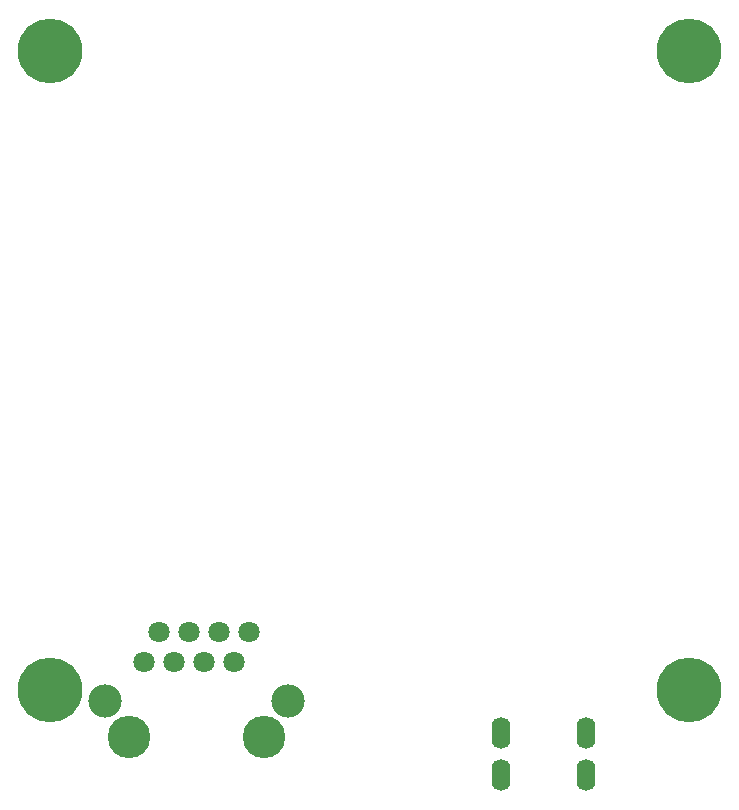
<source format=gbr>
G04 #@! TF.FileFunction,Soldermask,Bot*
%FSLAX46Y46*%
G04 Gerber Fmt 4.6, Leading zero omitted, Abs format (unit mm)*
G04 Created by KiCad (PCBNEW 4.0.4-stable) date Thursday, February 23, 2017 'PMt' 05:37:00 PM*
%MOMM*%
%LPD*%
G01*
G04 APERTURE LIST*
%ADD10C,0.100000*%
%ADD11C,1.797000*%
%ADD12C,3.600000*%
%ADD13C,2.813000*%
%ADD14O,1.600000X2.700000*%
%ADD15C,5.480000*%
G04 APERTURE END LIST*
D10*
D11*
X107950000Y-100838000D03*
X109220000Y-98298000D03*
X110490000Y-100838000D03*
X111760000Y-98298000D03*
X113030000Y-100838000D03*
X114300000Y-98298000D03*
X115570000Y-100838000D03*
X116840000Y-98298000D03*
D12*
X118110000Y-107188000D03*
X106680000Y-107188000D03*
D13*
X120145000Y-104138000D03*
X104645000Y-104138000D03*
D14*
X138132000Y-106838000D03*
X145332000Y-106838000D03*
X138132000Y-110388000D03*
X145332000Y-110388000D03*
D15*
X154051000Y-103251000D03*
X154051000Y-49149000D03*
X99949000Y-49149000D03*
X99949000Y-103251000D03*
M02*

</source>
